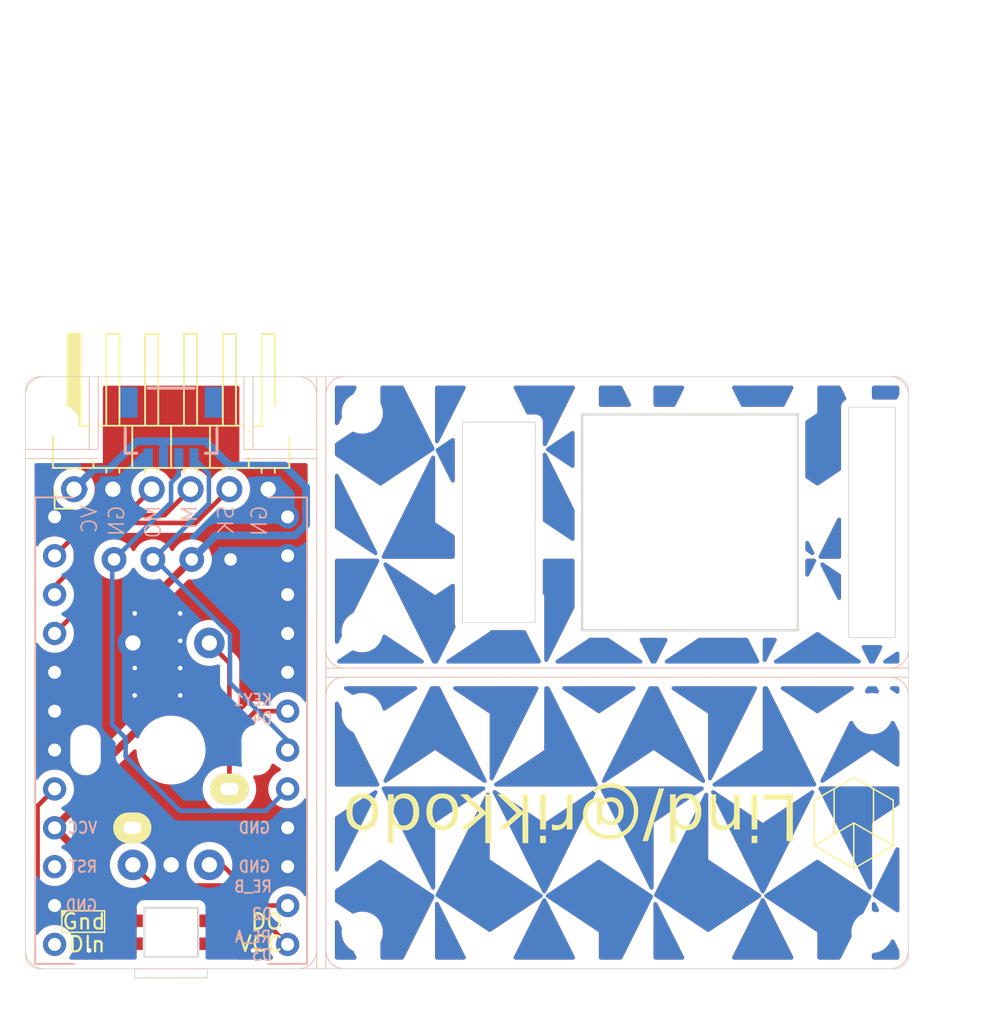
<source format=kicad_pcb>
(kicad_pcb (version 20241229) (generator "pcbnew") (generator_version "9.0")
  (layers (0 "F.Cu" signal) (2 "B.Cu" signal) (13 "F.Paste" user) (15 "B.Paste" user) (5 "F.SilkS" user "F.Silkscreen") (7 "B.SilkS" user "B.Silkscreen") (1 "F.Mask" user) (3 "B.Mask" user) (25 "Edge.Cuts" user))
  (net 0 "")
  (net 1 "SCL")
  (net 2 "SDA")
  (net 3 "LED")
  (net 4 "GND")
  (net 5 "VCC")
  (net 6 "KEY1")
  (net 11 "SCLK")
  (net 12 "MISO")
  (net 13 "MOSI")
  (net 14 "RE_B")
  (net 15 "RE_A")
  (footprint "Rikkodo_FootPrint:rkd_cutdot_no_edgecut_1" (layer "F.Cu") (at 78.283884 58.340576 -90)
    (property "Reference" "REF**" (hide yes))
    (property "Value" "rkd_cutdot_no_edgecut_1" (hide yes))
  )
  (footprint "Rikkodo_FootPrint:rkd_cutdot_no_edgecut_4" (layer "F.Cu") (at 93.166328 63.103072 90)
    (property "Reference" "REF**" (hide yes))
    (property "Value" "rkd_cutdot_no_edgecut_4" (hide yes))
  )
  (footprint "Rikkodo_FootPrint:rkd_cutdot_no_edgecut_1" (layer "F.Cu") (at 93.166328 57.745264 -90)
    (property "Reference" "REF**" (hide yes))
    (property "Value" "rkd_cutdot_no_edgecut_1" (hide yes))
  )
  (footprint "Connector_PinHeader_2.54mm:PinHeader_1x06_P2.54mm_Horizontal" (layer "F.Cu") (at 76.99375 61.535 90)
    (property "Reference" "J1" (hide yes))
    (property "Value" "Conn_01x06")
  )
  (footprint "Rikkodo_FootPrint:rkd_cutdot_no_edgecut_4" (layer "F.Cu") (at 93.166328 79.771808 90)
    (property "Reference" "REF**" (hide yes))
    (property "Value" "rkd_cutdot_no_edgecut_4" (hide yes))
  )
  (footprint "Rikkodo_FootPrint:rkd_cutdot_no_edgecut_4" (layer "F.Cu") (at 93.165616 73.818461 90)
    (property "Reference" "REF**" (hide yes))
    (property "Value" "rkd_cutdot_no_edgecut_4" (hide yes))
  )
  (footprint "Rikkodo_FootPrint:rkd_cutdot_no_edgecut_1" (layer "F.Cu") (at 74.414 59.233544 180)
    (property "Reference" "REF**" (hide yes))
    (property "Value" "rkd_cutdot_no_edgecut_1" (hide yes))
  )
  (footprint "Rikkodo_FootPrint:rkd_cutdot_no_edgecut_4" (layer "F.Cu") (at 93.166328 84.534304 90)
    (property "Reference" "REF**" (hide yes))
    (property "Value" "rkd_cutdot_no_edgecut_4" (hide yes))
  )
  (footprint "kbd_Hole:m2_Screw_Hole" (layer "F.Cu") (at 95.845214 90.487564 90)
    (property "Reference" "Ref**")
    (property "Value" "Val**")
  )
  (footprint "kbd_Hole:m2_Screw_Hole" (layer "F.Cu") (at 129.182921 90.487576 90)
    (property "Reference" "Ref**")
    (property "Value" "Val**")
  )
  (footprint "Rikkodo_FootPrint:rkd_cutdot_no_edgecut_1" (layer "F.Cu") (at 88.403832 55.959328 -90)
    (property "Reference" "REF**" (hide yes))
    (property "Value" "rkd_cutdot_no_edgecut_1" (hide yes))
  )
  (footprint "Rikkodo_FootPrint:rkd_cutdot_no_edgecut_1" (layer "F.Cu") (at 93.166328 70.842128 90)
    (property "Reference" "REF**" (hide yes))
    (property "Value" "rkd_cutdot_no_edgecut_1" (hide yes))
  )
  (footprint "Rikkodo_FootPrint:rkd_cutdot_no_edgecut_1" (layer "F.Cu") (at 96.440544 73.521032 180)
    (property "Reference" "REF**" (hide yes))
    (property "Value" "rkd_cutdot_no_edgecut_1" (hide yes))
  )
  (footprint "Rikkodo_FootPrint:rkd_cutdot_no_edgecut_1" (layer "F.Cu") (at 130.96864 73.521032)
    (property "Reference" "REF**" (hide yes))
    (property "Value" "rkd_cutdot_no_edgecut_1" (hide yes))
  )
  (footprint "BrownSugar_KBD:OLED_center_display" (layer "F.Cu") (at 83.423125 47.625)
    (property "Reference" "OL1")
    (property "Value" "OLED")
  )
  (footprint "kbd_Hole:m2_Screw_Hole" (layer "F.Cu") (at 95.845214 56.554634 90)
    (property "Reference" "Ref**")
    (property "Value" "Val**")
  )
  (footprint "Rikkodo_FootPrint:rkd_cutdot_no_edgecut_1" (layer "F.Cu") (at 95.24992 73.521032 180)
    (property "Reference" "REF**" (hide yes))
    (property "Value" "rkd_cutdot_no_edgecut_1" (hide yes))
  )
  (footprint "Rikkodo_FootPrint:rkd_cutdot_no_edgecut_1" (layer "F.Cu") (at 93.166328 76.795248 -90)
    (property "Reference" "REF**" (hide yes))
    (property "Value" "rkd_cutdot_no_edgecut_1" (hide yes))
  )
  (footprint "Rikkodo_FootPrint:rkd_cutdot_no_edgecut_1" (layer "F.Cu") (at 92.273718 59.233544 180)
    (property "Reference" "REF**" (hide yes))
    (property "Value" "rkd_cutdot_no_edgecut_1" (hide yes))
  )
  (footprint "Rikkodo_FootPrint:rkd_cutdot_no_edgecut_1" (layer "F.Cu") (at 88.403832 54.768704 -90)
    (property "Reference" "REF**" (hide yes))
    (property "Value" "rkd_cutdot_no_edgecut_1" (hide yes))
  )
  (footprint "Rikkodo_FootPrint:rkd_cutdot_no_edgecut_4" (layer "F.Cu") (at 118.467088 73.521032)
    (property "Reference" "REF**" (hide yes))
    (property "Value" "rkd_cutdot_no_edgecut_4" (hide yes))
  )
  (footprint "Rikkodo_FootPrint:rkd_cutdot_no_edgecut_1" (layer "F.Cu") (at 93.166328 56.55464 -90)
    (property "Reference" "REF**" (hide yes))
    (property "Value" "rkd_cutdot_no_edgecut_1" (hide yes))
  )
  (footprint "Rikkodo_FootPrint:rkd_cutdot_no_edgecut_1" (layer "F.Cu") (at 78.283884 57.149952 -90)
    (property "Reference" "REF**" (hide yes))
    (property "Value" "rkd_cutdot_no_edgecut_1" (hide yes))
  )
  (footprint "kbd_Hole:m2_Screw_Hole" (layer "F.Cu") (at 129.182921 76.200076 90)
    (property "Reference" "Ref**")
    (property "Value" "Val**")
  )
  (footprint "Rikkodo_FootPrint:rkd_LOGO" (layer "F.Cu") (at 127.99208 83.34368 180)
    (property "Reference" "REF**" (hide yes))
    (property "Value" "rkd_LOGO" (hide yes))
  )
  (footprint "Rikkodo_FootPrint:rkd_cutdot_no_edgecut_4" (layer "F.Cu") (at 127.99208 73.521032)
    (property "Reference" "REF**" (hide yes))
    (property "Value" "rkd_cutdot_no_edgecut_4" (hide yes))
  )
  (footprint "Rikkodo_FootPrint:rkd_cutdot_no_edgecut_1" (layer "F.Cu") (at 89.89247 59.233544 180)
    (property "Reference" "REF**" (hide yes))
    (property "Value" "rkd_cutdot_no_edgecut_1" (hide yes))
  )
  (footprint "Rikkodo_FootPrint:rkd_cutdot_no_edgecut_4" (layer "F.Cu") (at 123.229584 73.521032)
    (property "Reference" "REF**" (hide yes))
    (property "Value" "rkd_cutdot_no_edgecut_4" (hide yes))
  )
  (footprint "Rikkodo_FootPrint:rkd_cutdot_no_edgecut_4" (layer "F.Cu") (at 113.704592 73.521032)
    (property "Reference" "REF**" (hide yes))
    (property "Value" "rkd_cutdot_no_edgecut_4" (hide yes))
  )
  (footprint "BrownSugar_KBD:RotaryEncoder_EC11-Switch" (layer "F.Cu") (at 83.34375 78.58125)
    (property "Reference" "SW1" (hide yes))
    (property "Value" "RotaryEncoder_Switch")
  )
  (footprint "Rikkodo_FootPrint:rkd_cutdot_no_edgecut_1" (layer "F.Cu") (at 76.795248 59.233544 180)
    (property "Reference" "REF**" (hide yes))
    (property "Value" "rkd_cutdot_no_edgecut_1" (hide yes))
  )
  (footprint "Rikkodo_FootPrint:rkd_cutdot_no_edgecut_4" (layer "F.Cu") (at 93.166328 89.2968 90)
    (property "Reference" "REF**" (hide yes))
    (property "Value" "rkd_cutdot_no_edgecut_4" (hide yes))
  )
  (footprint "kbd_Hole:m2_Screw_Hole" (layer "F.Cu") (at 76.199936 57.149952 90)
    (property "Reference" "Ref**")
    (property "Value" "Val**")
  )
  (footprint "Rikkodo_FootPrint:rkd_cutdot_no_edgecut_4" (layer "F.Cu") (at 93.166328 67.865568 90)
    (property "Reference" "REF**" (hide yes))
    (property "Value" "rkd_cutdot_no_edgecut_4" (hide yes))
  )
  (footprint "kbd_Hole:m2_Screw_Hole" (layer "F.Cu") (at 90.4875 57.15 90)
    (property "Reference" "Ref**")
    (property "Value" "Val**")
  )
  (footprint "kbd_SW:CherryMX_Solder_1u" (layer "F.Cu") (at 83.34375 78.58125 180)
    (property "Reference" "SW2" (hide yes))
    (property "Value" "SW_Push" (hide yes))
  )
  (footprint "kbd_SW_Hole:SW_Hole_1u" (layer "F.Cu") (at 117.276661 63.698491)
    (property "Reference" "SW2" (hide yes))
    (property "Value" "KEY_SWITCH" (hide yes))
    (fp_line (start -7.05 -7.05) (end 7.05 -7.05) (stroke (width 0.15)) (layer "Edge.Cuts"))
    (fp_line (start -7.05 7.05) (end -7.05 -7.05) (stroke (width 0.15)) (layer "Edge.Cuts"))
    (fp_line (start 7.05 -7.05) (end 7.05 7.05) (stroke (width 0.15)) (layer "Edge.Cuts"))
    (fp_line (start 7.05 7.05) (end -7.05 7.05) (stroke (width 0.15)) (layer "Edge.Cuts"))
  )
  (footprint "Rikkodo_FootPrint:rkd_cutdot_no_edgecut_1" (layer "F.Cu") (at 78.283884 55.959328 -90)
    (property "Reference" "REF**" (hide yes))
    (property "Value" "rkd_cutdot_no_edgecut_1" (hide yes))
  )
  (footprint "kbd_Hole:m2_Screw_Hole" (layer "F.Cu") (at 95.845214 70.842134 90)
    (property "Reference" "Ref**")
    (property "Value" "Val**")
  )
  (footprint "Rikkodo_FootPrint:rkd_cutdot_no_edgecut_1_2" (layer "F.Cu") (at 93.166328 54.471048 90)
    (property "Reference" "REF**" (hide yes))
    (property "Value" "rkd_cutdot_no_edgecut_1_2" (hide yes))
  )
  (footprint "Rikkodo_FootPrint:rkd_cutdot_no_edgecut_4" (layer "F.Cu") (at 108.942096 73.521032)
    (property "Reference" "REF**" (hide yes))
    (property "Value" "rkd_cutdot_no_edgecut_4" (hide yes))
  )
  (footprint "Rikkodo_FootPrint:rkd_cutdot_no_edgecut_1" (layer "F.Cu") (at 78.283884 54.768704 -90)
    (property "Reference" "REF**" (hide yes))
    (property "Value" "rkd_cutdot_no_edgecut_1" (hide yes))
  )
  (footprint "Rikkodo_FootPrint:rkd_cutdot_no_edgecut_1" (layer "F.Cu") (at 77.985872 59.233544 180)
    (property "Reference" "REF**" (hide yes))
    (property "Value" "rkd_cutdot_no_edgecut_1" (hide yes))
  )
  (footprint "Rikkodo_FootPrint:rkd_cutdot_no_edgecut_4" (layer "F.Cu") (at 83.343909 93.165617)
    (property "Reference" "REF**" (hide yes))
    (property "Value" "rkd_cutdot_no_edgecut_4" (hide yes))
  )
  (footprint "Rikkodo_FootPrint:rkd_cutdot_no_edgecut_1" (layer "F.Cu") (at 93.166328 58.935888 -90)
    (property "Reference" "REF**" (hide yes))
    (property "Value" "rkd_cutdot_no_edgecut_1" (hide yes))
  )
  (footprint "Rikkodo_FootPrint:rkd_cutdot_no_edgecut_4" (layer "F.Cu") (at 99.417104 73.521032)
    (property "Reference" "REF**" (hide yes))
    (property "Value" "rkd_cutdot_no_edgecut_4" (hide yes))
  )
  (footprint "Rikkodo_FootPrint:rkd_cutdot_no_edgecut_1" (layer "F.Cu") (at 75.604624 59.233544 180)
    (property "Reference" "REF**" (hide yes))
    (property "Value" "rkd_cutdot_no_edgecut_1" (hide yes))
  )
  (footprint "Rikkodo_FootPrint:rkd_cutdot_no_edgecut_1" (layer "F.Cu") (at 88.701846 59.233544 180)
    (property "Reference" "REF**" (hide yes))
    (property "Value" "rkd_cutdot_no_edgecut_1" (hide yes))
  )
  (footprint "Rikkodo_FootPrint:rkd_cutdot_no_edgecut_1" (layer "F.Cu") (at 93.166328 92.27336 -90)
    (property "Reference" "REF**" (hide yes))
    (property "Value" "rkd_cutdot_no_edgecut_1" (hide yes))
  )
  (footprint "Rikkodo_FootPrint:rkd_cutdot_no_edgecut_1" (layer "F.Cu") (at 88.403832 58.340576 -90)
    (property "Reference" "REF**" (hide yes))
    (property "Value" "rkd_cutdot_no_edgecut_1" (hide yes))
  )
  (footprint "Rikkodo_FootPrint:rkd_KeyHall_3ox15" (layer "F.Cu") (at 129.182714 63.698384 -90)
    (property "Reference" "LED3" (hide yes))
    (property "Value" "LED_SK6812MINI-E" (hide yes))
    (fp_line (start -7.525 1.525) (end -7.525 -1.525) (stroke (width 0.05)) (layer "Edge.Cuts"))
    (fp_line (start 7.525 1.525) (end -7.525 1.525) (stroke (width 0.05)) (layer "Edge.Cuts"))
    (fp_line (start 7.525 -1.525) (end 7.525 1.525) (stroke (width 0.05)) (layer "Edge.Cuts"))
    (fp_line (start 7.525 -1.525) (end -7.525 -1.525) (stroke (width 0.05)) (layer "Edge.Cuts"))
  )
  (footprint "Rikkodo_FootPrint:rkd_cutdot_no_edgecut_1" (layer "F.Cu") (at 91.083094 59.233544 180)
    (property "Reference" "REF**" (hide yes))
    (property "Value" "rkd_cutdot_no_edgecut_1" (hide yes))
  )
  (footprint "Rikkodo_FootPrint:rkd_cutdot_no_edgecut_1" (layer "F.Cu") (at 88.403832 57.149952 -90)
    (property "Reference" "REF**" (hide yes))
    (property "Value" "rkd_cutdot_no_edgecut_1" (hide yes))
  )
  (footprint "Rikkodo_FootPrint:rkd_cutdot_no_edgecut_4" (layer "F.Cu") (at 104.1796 73.521032)
    (property "Reference" "REF**" (hide yes))
    (property "Value" "rkd_cutdot_no_edgecut_4" (hide yes))
  )
  (footprint "Rikkodo_FootPrint:rkd_cutdot_no_edgecut_1" (layer "F.Cu") (at 93.166328 55.364016 -90)
    (property "Reference" "REF**" (hide yes))
    (property "Value" "rkd_cutdot_no_edgecut_1" (hide yes))
  )
  (footprint "Rikkodo_FootPrint:rkd_cutdot_no_edgecut_1" (layer "F.Cu") (at 94.059296 73.521032)
    (property "Reference" "REF**" (hide yes))
    (property "Value" "rkd_cutdot_no_edgecut_1" (hide yes))
  )
  (footprint "Rikkodo_FootPrint:rkd_cutdot_no_edgecut_1" (layer "F.Cu") (at 93.166328 60.126512 -90)
    (property "Reference" "REF**" (hide yes))
    (property "Value" "rkd_cutdot_no_edgecut_1" (hide yes))
  )
  (footprint "kbd_Hole:m2_Screw_Hole" (layer "F.Cu") (at 95.845214 76.200064 90)
    (property "Reference" "Ref**")
    (property "Value" "Val**")
  )
  (footprint "SparkFun-Connector:JST_SMD_1.0mm-4_Black" (layer "B.Cu") (at 83.34375 59.53125)
    (property "Reference" "J3")
    (property "Value" "Qwiic_RA")
  )
  (footprint "kbd_Parts:LED_SK6812MINI-E_UG" (layer "B.Cu") (at 83.34375 90.4875 180)
    (property "Reference" "LED1" (hide yes))
    (property "Value" "LED_SK6812MINI-E")
    (fp_line (start 1.75 1.6) (end 1.75 -1.6) (stroke (width 0.12)) (layer "Edge.Cuts"))
    (fp_line (start 1.75 -1.6) (end -1.75 -1.6) (stroke (width 0.12)) (layer "Edge.Cuts"))
    (fp_line (start -1.75 1.6) (end 1.75 1.6) (stroke (width 0.12)) (layer "Edge.Cuts"))
    (fp_line (start -1.75 -1.6) (end -1.75 1.6) (stroke (width 0.12)) (layer "Edge.Cuts"))
  )
  (footprint "BrownSugar_KBD:ProMicro_r" (layer "B.Cu") (at 83.34375 78.58125)
    (property "Reference" "U1" (hide yes))
    (property "Value" "ProMicro" (hide yes))
  )
  (gr_arc (start 92.86875 91.678125) (mid 92.520017 92.520017) (end 91.678125 92.86875) (stroke (width 0.05)) (layer "B.SilkS"))
  (gr_arc (start 91.678048 54.173392) (mid 92.519945 54.52213) (end 92.868673 55.364017) (stroke (width 0.05)) (layer "B.SilkS"))
  (gr_arc (start 94.654767 73.223498) (mid 93.812864 72.874765) (end 93.464142 72.032873) (stroke (width 0.05)) (layer "B.SilkS"))
  (gr_arc (start 130.373547 73.818813) (mid 131.215373 74.167587) (end 131.564172 75.009438) (stroke (width 0.05)) (layer "B.SilkS"))
  (gr_arc (start 131.564172 72.032873) (mid 131.215488 72.874835) (end 130.373547 73.223498) (stroke (width 0.05)) (layer "B.SilkS"))
  (gr_arc (start 94.654767 92.868827) (mid 93.812853 92.520096) (end 93.464142 91.678202) (stroke (width 0.05)) (layer "B.SilkS"))
  (gr_arc (start 131.564172 91.6782) (mid 131.211706 92.523725) (end 130.363149 92.868848) (stroke (width 0.05)) (layer "B.SilkS"))
  (gr_arc (start 93.464142 75.009438) (mid 93.812859 74.167538) (end 94.654767 73.818813) (stroke (width 0.05)) (layer "B.SilkS"))
  (gr_arc (start 93.464032 55.3641) (mid 93.809098 54.5258) (end 94.644373 54.173484) (stroke (width 0.05)) (layer "B.SilkS"))
  (gr_arc (start 130.373547 54.173484) (mid 131.215448 54.522221) (end 131.564172 55.364109) (stroke (width 0.05)) (layer "B.SilkS"))
  (gr_arc (start 73.818813 55.364108) (mid 74.167538 54.522217) (end 75.009438 54.173483) (stroke (width 0.05)) (layer "B.SilkS"))
  (gr_arc (start 75.009375 92.86875) (mid 74.167483 92.520017) (end 73.81875 91.678125) (stroke (width 0.05)) (layer "B.SilkS"))
  (gr_line (start 131.563952 55.0764) (end 131.564174 91.975859) (stroke (width 0.05)) (layer "Edge.Cuts"))
  (gr_arc (start 74.711656 92.868672) (mid 74.080224 92.607118) (end 73.818688 91.975704) (stroke (width 0.05)) (layer "Edge.Cuts"))
  (gr_line (start 85.724928 93.463984) (end 85.724928 92.868637) (stroke (width 0.05)) (layer "Edge.Cuts"))
  (gr_line (start 80.962432 93.463984) (end 85.724928 93.463984) (stroke (width 0.05)) (layer "Edge.Cuts"))
  (gr_arc (start 73.818688 55.06636) (mid 74.080244 54.434947) (end 74.711656 54.173392) (stroke (width 0.05)) (layer "Edge.Cuts"))
  (gr_line (start 80.962432 92.868672) (end 80.962432 93.463984) (stroke (width 0.05)) (layer "Edge.Cuts"))
  (gr_line (start 102.39375 57.15) (end 107.15625 57.15) (stroke (width 0.05)) (layer "Edge.Cuts"))
  (gr_line (start 85.724928 92.868637) (end 130.664319 92.868827) (stroke (width 0.05)) (layer "Edge.Cuts"))
  (gr_line (start 102.39375 57.15) (end 102.39375 70.246875) (stroke (width 0.05)) (layer "Edge.Cuts"))
  (gr_line (start 73.818688 55.06636) (end 73.818751 91.969291) (stroke (width 0.05)) (layer "Edge.Cuts"))
  (gr_arc (start 130.670984 54.173392) (mid 131.305936 54.438494) (end 131.563896 55.076399) (stroke (width 0.05)) (layer "Edge.Cuts"))
  (gr_line (start 80.962432 92.868672) (end 74.7117 92.868672) (stroke (width 0.05)) (layer "Edge.Cuts"))
  (gr_line (start 102.39375 70.246875) (end 107.15625 70.246875) (stroke (width 0.05)) (layer "Edge.Cuts"))
  (gr_line (start 107.15625 57.15) (end 107.15625 70.246875) (stroke (width 0.05)) (layer "Edge.Cuts"))
  (gr_line (start 74.711656 54.173389) (end 130.670984 54.173392) (stroke (width 0.05)) (layer "Edge.Cuts"))
  (gr_arc (start 131.563952 91.975859) (mid 131.302421 92.607304) (end 130.670984 92.868827) (stroke (width 0.05)) (layer "Edge.Cuts"))
  (gr_text "Lind/@rikkodo" (at 124.420205 80.96243 180) (layer "F.SilkS") (effects (font (size 3 3) (thickness 0.1)) (justify left bottom)))
  (gr_text "D2\n" (at 89.29695 89.2968 0) (layer "B.SilkS") (effects (font (size 0.75 0.67) (thickness 0.125)) (justify mirror)))
  (gr_text "GN" (at 80.367255 62.507865 90) (layer "B.SilkS") (effects (font (size 1 1) (thickness 0.1)) (justify left bottom mirror)))
  (gr_text "GN" (at 89.69375 62.507865 90) (layer "B.SilkS") (effects (font (size 1 1) (thickness 0.1)) (justify left bottom mirror)))
  (gr_text "KEY1" (at 88.701637 75.306968 0) (layer "B.SilkS") (effects (font (size 0.75 0.67) (thickness 0.125)) (justify mirror)))
  (gr_text "RE_B\n\n" (at 88.701638 88.106174 0) (layer "B.SilkS") (effects (font (size 0.75 0.67) (thickness 0.125)) (justify mirror)))
  (gr_text "MO" (at 82.748507 62.507865 90) (layer "B.SilkS") (effects (font (size 1 1) (thickness 0.1)) (justify left bottom mirror)))
  (gr_text "RE_A" (at 88.701638 90.78508 0) (layer "B.SilkS") (effects (font (size 0.75 0.67) (thickness 0.125)) (justify mirror)))
  (gr_text "D4" (at 89.2968 76.497592 0) (layer "B.SilkS") (effects (font (size 0.75 0.67) (thickness 0.125)) (justify mirror)))
  (gr_text "D3" (at 89.29695 91.975706 0) (layer "B.SilkS") (effects (font (size 0.75 0.67) (thickness 0.125)) (justify mirror)))
  (gr_text "VC" (at 78.581316 62.507865 90) (layer "B.SilkS") (effects (font (size 1 1) (thickness 0.1)) (justify left bottom mirror)))
  (gr_text "SK" (at 87.511011 62.507865 90) (layer "B.SilkS") (effects (font (size 1 1) (thickness 0.1)) (justify left bottom mirror)))
  (gr_text "MI" (at 85.129759 62.507865 90) (layer "B.SilkS") (effects (font (size 1 1) (thickness 0.1)) (justify left bottom mirror)))
  (segment (start 82.298103 66.125) (end 87.19475 71.021647) (width 0.3) (layer "B.Cu") (net 1))
  (segment (start 82.153125 66.125) (end 82.298103 66.125) (width 0.3) (layer "B.Cu") (net 1))
  (segment (start 84.84375 59.53125) (end 85.81475 60.50225) (width 0.3) (layer "B.Cu") (net 1))
  (segment (start 85.81475 60.50225) (end 85.81475 62.463375) (width 0.3) (layer "B.Cu") (net 1))
  (segment (start 87.19475 74.200937) (end 87.19475 71.021647) (width 0.3) (layer "B.Cu") (net 1))
  (segment (start 85.81475 62.463375) (end 82.153125 66.125) (width 0.3) (layer "B.Cu") (net 1))
  (segment (start 87.19475 74.200937) (end 90.96375 77.969937) (width 0.3) (layer "B.Cu") (net 1))
  (segment (start 90.96375 77.969937) (end 90.96375 78.58125) (width 0.3) (layer "B.Cu") (net 1))
  (segment (start 83.34382 62.394305) (end 79.613125 66.125) (width 0.3) (layer "B.Cu") (net 2))
  (segment (start 83.34382 61.106459) (end 83.34382 62.394305) (width 0.3) (layer "B.Cu") (net 2))
  (segment (start 83.84375 60.606529) (end 83.34382 61.106459) (width 0.3) (layer "B.Cu") (net 2))
  (segment (start 83.915223 82.54825) (end 89.53675 82.54825) (width 0.3) (layer "B.Cu") (net 2))
  (segment (start 80.367255 79.000282) (end 83.915223 82.54825) (width 0.3) (layer "B.Cu") (net 2))
  (segment (start 79.49275 76.928284) (end 80.367255 77.802789) (width 0.3) (layer "B.Cu") (net 2))
  (segment (start 79.49275 66.245375) (end 79.49275 76.928284) (width 0.3) (layer "B.Cu") (net 2))
  (segment (start 83.84375 59.53125) (end 83.84375 60.606529) (width 0.3) (layer "B.Cu") (net 2))
  (segment (start 80.367255 77.802789) (end 80.367255 79.000282) (width 0.3) (layer "B.Cu") (net 2))
  (segment (start 89.53675 82.54825) (end 90.96375 81.12125) (width 0.3) (layer "B.Cu") (net 2))
  (segment (start 79.613125 66.125) (end 79.49275 66.245375) (width 0.3) (layer "B.Cu") (net 2))
  (segment (start 74.61075 89.20227) (end 75.26273 89.85425) (width 0.3) (layer "F.Cu") (net 3))
  (segment (start 75.26273 89.85425) (end 77.948 89.85425) (width 0.3) (layer "F.Cu") (net 3))
  (segment (start 75.72375 81.12125) (end 74.61075 82.23425) (width 0.3) (layer "F.Cu") (net 3))
  (segment (start 79.33125 91.2375) (end 80.74375 91.2375) (width 0.3) (layer "F.Cu") (net 3))
  (segment (start 74.61075 82.23425) (end 74.61075 89.20227) (width 0.3) (layer "F.Cu") (net 3))
  (segment (start 77.948 89.85425) (end 79.33125 91.2375) (width 0.3) (layer "F.Cu") (net 3))
  (via (at 88.701637 91.678202) (size 0.6) (drill 0.3) (layers "F.Cu" "B.Cu") (net 4))
  (via (at 80.962568 69.651621) (size 0.6) (drill 0.3) (layers "F.Cu" "B.Cu") (net 4))
  (via (at 83.938992 73.223376) (size 0.6) (drill 0.3) (layers "F.Cu" "B.Cu") (net 4))
  (via (at 83.938992 71.43744) (size 0.6) (drill 0.3) (layers "F.Cu" "B.Cu") (net 4))
  (via (at 80.962568 73.223499) (size 0.6) (drill 0.3) (layers "F.Cu" "B.Cu") (net 4))
  (via (at 80.962432 75.009312) (size 0.6) (drill 0.3) (layers "F.Cu" "B.Cu") (net 4))
  (via (at 77.986003 91.678125) (size 0.6) (drill 0.3) (layers "F.Cu" "B.Cu") (net 4))
  (via (at 83.939133 69.651621) (size 0.6) (drill 0.3) (layers "F.Cu" "B.Cu") (net 4))
  (via (at 83.939133 75.009438) (size 0.6) (drill 0.3) (layers "F.Cu" "B.Cu") (net 4))
  (segment (start 80.09575 88.03325) (end 86.865808 88.03325) (width 0.5) (layer "F.Cu") (net 5))
  (segment (start 87.35625 91.2375) (end 85.94375 91.2375) (width 0.5) (layer "F.Cu") (net 5))
  (segment (start 84.693125 66.125) (end 82.307802 68.510323) (width 0.5) (layer "F.Cu") (net 5))
  (segment (start 79.19475 79.193302) (end 79.19475 80.19025) (width 0.5) (layer "F.Cu") (net 5))
  (segment (start 88.10625 89.273692) (end 88.10625 90.4875) (width 0.5) (layer "F.Cu") (net 5))
  (segment (start 79.19475 80.19025) (end 75.72375 83.66125) (width 0.5) (layer "F.Cu") (net 5))
  (segment (start 75.72375 83.66125) (end 80.09575 88.03325) (width 0.5) (layer "F.Cu") (net 5))
  (segment (start 86.865808 88.03325) (end 88.10625 89.273692) (width 0.5) (layer "F.Cu") (net 5))
  (segment (start 88.10625 90.4875) (end 87.35625 91.2375) (width 0.5) (layer "F.Cu") (net 5))
  (segment (start 82.307802 76.08025) (end 79.19475 79.193302) (width 0.5) (layer "F.Cu") (net 5))
  (segment (start 82.307802 68.510323) (end 82.307802 76.08025) (width 0.5) (layer "F.Cu") (net 5))
  (segment (start 84.693125 66.125) (end 86.263875 64.55425) (width 0.5) (layer "B.Cu") (net 5))
  (segment (start 81.09275 58.40525) (end 82.59475 58.40525) (width 0.5) (layer "B.Cu") (net 5))
  (segment (start 87.173688 59.984188) (end 85.59475 58.40525) (width 0.5) (layer "B.Cu") (net 5))
  (segment (start 83.09275 58.40525) (end 82.84375 58.65425) (width 0.5) (layer "B.Cu") (net 5))
  (segment (start 78.29475 60.234) (end 79.264 60.234) (width 0.5) (layer "B.Cu") (net 5))
  (segment (start 79.264 60.234) (end 81.09275 58.40525) (width 0.5) (layer "B.Cu") (net 5))
  (segment (start 77.639574 61.535) (end 76.99375 61.535) (width 0.5) (layer "B.Cu") (net 5))
  (segment (start 90.744938 59.984188) (end 87.173688 59.984188) (width 0.5) (layer "B.Cu") (net 5))
  (segment (start 85.59475 58.40525) (end 83.09275 58.40525) (width 0.5) (layer "B.Cu") (net 5))
  (segment (start 76.99375 61.535) (end 78.29475 60.234) (width 0.5) (layer "B.Cu") (net 5))
  (segment (start 82.84375 59.53125) (end 82.84375 58.65425) (width 0.5) (layer "B.Cu") (net 5))
  (segment (start 82.84375 58.65425) (end 82.59475 58.40525) (width 0.5) (layer "B.Cu") (net 5))
  (segment (start 86.263875 64.55425) (end 91.466192 64.55425) (width 0.5) (layer "B.Cu") (net 5))
  (segment (start 91.466192 64.55425) (end 92.17675 63.843692) (width 0.5) (layer "B.Cu") (net 5))
  (segment (start 92.17675 63.843692) (end 92.17675 61.416) (width 0.5) (layer "B.Cu") (net 5))
  (segment (start 82.59475 58.40525) (end 83.09275 58.40525) (width 0.5) (layer "B.Cu") (net 5))
  (segment (start 92.17675 61.416) (end 90.744938 59.984188) (width 0.5) (layer "B.Cu") (net 5))
  (segment (start 87.15375 81.12125) (end 87.15375 77.739937) (width 0.3) (layer "F.Cu") (net 6))
  (segment (start 87.15375 77.739937) (end 88.852437 76.04125) (width 0.3) (layer "F.Cu") (net 6))
  (segment (start 88.852437 76.04125) (end 90.96375 76.04125) (width 0.3) (layer "F.Cu") (net 6))
  (segment (start 87.15375 72.89125) (end 87.15375 81.12125) (width 0.3) (layer "F.Cu") (net 6))
  (segment (start 85.84375 71.58125) (end 87.15375 72.89125) (width 0.3) (layer "F.Cu") (net 6))
  (segment (start 79.28404 63.738) (end 84.95075 63.738) (width 0.3) (layer "F.Cu") (net 11))
  (segment (start 77.761807 65.260233) (end 79.28404 63.738) (width 0.3) (layer "F.Cu") (net 11))
  (segment (start 84.95075 63.738) (end 87.15375 61.535) (width 0.3) (layer "F.Cu") (net 11))
  (segment (start 77.761807 68.923193) (end 77.761807 65.260233) (width 0.3) (layer "F.Cu") (net 11))
  (segment (start 75.72375 70.96125) (end 77.761807 68.923193) (width 0.3) (layer "F.Cu") (net 11))
  (segment (start 75.72375 67.880505) (end 77.10989 66.494365) (width 0.3) (layer "F.Cu") (net 12))
  (segment (start 77.10989 66.494365) (end 77.10989 65.20363) (width 0.3) (layer "F.Cu") (net 12))
  (segment (start 75.72375 68.42125) (end 75.72375 67.880505) (width 0.3) (layer "F.Cu") (net 12))
  (segment (start 82.91175 63.237) (end 84.61375 61.535) (width 0.3) (layer "F.Cu") (net 12))
  (segment (start 77.10989 65.20363) (end 79.07652 63.237) (width 0.3) (layer "F.Cu") (net 12))
  (segment (start 79.07652 63.237) (end 82.91175 63.237) (width 0.3) (layer "F.Cu") (net 12))
  (segment (start 75.72375 65.88125) (end 78.869 62.736) (width 0.3) (layer "F.Cu") (net 13))
  (segment (start 80.87275 62.736) (end 82.07375 61.535) (width 0.3) (layer "F.Cu") (net 13))
  (segment (start 78.869 62.736) (end 80.87275 62.736) (width 0.3) (layer "F.Cu") (net 13))
  (segment (start 85.84375 86.08125) (end 86.676563 86.08125) (width 0.3) (layer "F.Cu") (net 14))
  (segment (start 86.676563 86.08125) (end 89.336563 88.74125) (width 0.3) (layer "F.Cu") (net 14))
  (segment (start 90.96375 88.582498) (end 90.96375 88.74125) (width 0.25) (layer "F.Cu") (net 14))
  (segment (start 89.336563 88.74125) (end 90.96375 88.74125) (width 0.3) (layer "F.Cu") (net 14))
  (segment (start 82.19475 87.43225) (end 80.84375 86.08125) (width 0.3) (layer "F.Cu") (net 15))
  (segment (start 87.11475 87.43225) (end 82.19475 87.43225) (width 0.3) (layer "F.Cu") (net 15))
  (segment (start 90.96375 91.28125) (end 87.11475 87.43225) (width 0.3) (layer "F.Cu") (net 15))
  (zone (net 0) (net_name "") (layers "F.Cu" "B.Cu") (name "deco") (connect_pads (clearance 0)) (min_thickness 0.25)
    (keepout (tracks allowed) (vias allowed) (pads allowed) (copperpour not_allowed) (footprints allowed))
    (fill (thermal_gap 0.5) (thermal_bridge_width 0.5))
    (polygon (pts (xy 104.179595 80.962793) (xy 100.60772 83.344043) (xy 100.60772 88.106543)))
  )
  (zone (net 0) (net_name "") (layers "F.Cu" "B.Cu") (name "deco") (connect_pads (clearance 0)) (min_thickness 0.25)
    (keepout (tracks allowed) (vias allowed) (pads allowed) (copperpour not_allowed) (footprints allowed))
    (fill (thermal_gap 0.5) (thermal_bridge_width 0.5))
    (polygon (pts (xy 118.467265 66.079733) (xy 114.89539 68.460983) (xy 111.323515 66.079733)))
  )
  (zone (net 0) (net_name "") (layers "F.Cu" "B.Cu") (name "deco") (connect_pads (clearance 0)) (min_thickness 0.25)
    (keepout (tracks allowed) (vias allowed) (pads allowed) (copperpour not_allowed) (footprints allowed))
    (fill (thermal_gap 0.5) (thermal_bridge_width 0.5))
    (polygon (pts (xy 126.802021 54.173917) (xy 129.183097 54.173702) (xy 129.183097 58.936202)))
  )
  (zone (net 0) (net_name "") (layers "F.Cu" "B.Cu") (name "deco") (connect_pads (clearance 0)) (min_thickness 0.25)
    (keepout (tracks allowed) (vias allowed) (pads allowed) (copperpour not_allowed) (footprints allowed))
    (fill (thermal_gap 0.5) (thermal_bridge_width 0.5))
    (polygon (pts (xy 118.467265 66.079733) (xy 122.03914 68.460983) (xy 122.03914 73.223483)))
  )
  (zone (net 0) (net_name "") (layers "F.Cu" "B.Cu") (name "deco") (connect_pads (clearance 0)) (min_thickness 0.25)
    (keepout (tracks allowed) (vias allowed) (pads allowed) (copperpour not_allowed) (footprints allowed))
    (fill (thermal_gap 0.5) (thermal_bridge_width 0.5))
    (polygon (pts (xy 129.183097 58.936202) (xy 132.754972 56.554952) (xy 136.326847 58.936202) (xy 133.945777 54.173917) (xy 131.564525 54.173917)))
  )
  (zone (net 0) (net_name "") (layers "F.Cu" "B.Cu") (name "deco") (connect_pads (clearance 0)) (min_thickness 0.25)
    (keepout (tracks allowed) (vias allowed) (pads allowed) (copperpour not_allowed) (footprints allowed))
    (fill (thermal_gap 0.5) (thermal_bridge_width 0.5))
    (polygon (pts (xy 118.467095 80.962793) (xy 122.03897 78.581543) (xy 122.03897 73.819043)))
  )
  (zone (net 0) (net_name "") (layers "F.Cu" "B.Cu") (name "deco") (connect_pads (clearance 0)) (min_thickness 0.25)
    (keepout (tracks allowed) (vias allowed) (pads allowed) (copperpour not_allowed) (footprints allowed))
    (fill (thermal_gap 0.5) (thermal_bridge_width 0.5))
    (polygon (pts (xy 112.514315 54.173698) (xy 114.895391 54.173483) (xy 114.895391 58.935983)))
  )
  (zone (net 0) (net_name "") (layers "F.Cu" "B.Cu") (name "deco") (connect_pads (clearance 0)) (min_thickness 0.25)
    (keepout (tracks allowed) (vias allowed) (pads allowed) (copperpour not_allowed) (footprints allowed))
    (fill (thermal_gap 0.5) (thermal_bridge_width 0.5))
    (polygon (pts (xy 132.754765 70.842233) (xy 129.18289 73.223483) (xy 132.754765 66.079733)))
  )
  (zone (net 0) (net_name "") (layers "F.Cu" "B.Cu") (name "deco") (connect_pads (clearance 0)) (min_thickness 0.25)
    (keepout (tracks allowed) (vias allowed) (pads allowed) (copperpour not_allowed) (footprints allowed))
    (fill (thermal_gap 0.5) (thermal_bridge_width 0.5))
    (polygon (pts (xy 104.179765 66.079733) (xy 100.60789 63.698483) (xy 100.60789 58.935983)))
  )
  (zone (net 0) (net_name "") (layers "F.Cu" "B.Cu") (name "deco") (connect_pads (clearance 0)) (min_thickness 0.25)
    (keepout (tracks allowed) (vias allowed) (pads allowed) (copperpour not_allowed) (footprints allowed))
    (fill (thermal_gap 0.5) (thermal_bridge_width 0.5))
    (polygon (pts (xy 118.467265 66.079733) (xy 122.03914 63.698483) (xy 125.611015 66.079733)))
  )
  (zone (net 0) (net_name "") (layers "F.Cu" "B.Cu") (name "deco") (connect_pads (clearance 0)) (min_thickness 0.25)
    (keepout (tracks allowed) (vias allowed) (pads allowed) (copperpour not_allowed) (footprints allowed))
    (fill (thermal_gap 0.5) (thermal_bridge_width 0.5))
    (polygon (pts (xy 100.607891 58.935983) (xy 97.036016 61.317233) (xy 93.464142 58.935983) (xy 97.036016 66.079732)))
  )
  (zone (net 0) (net_name "") (layers "F.Cu" "B.Cu") (name "deco") (connect_pads (clearance 0)) (min_thickness 0.25)
    (keepout (tracks allowed) (vias allowed) (pads allowed) (copperpour not_allowed) (footprints allowed))
    (fill (thermal_gap 0.5) (thermal_bridge_width 0.5))
    (polygon (pts (xy 114.895221 88.106543) (xy 118.467096 90.487793) (xy 122.038971 88.106543) (xy 119.657901 92.868828) (xy 117.276649 92.868828)))
  )
  (zone (net 0) (net_name "") (layers "F.Cu" "B.Cu") (name "deco") (connect_pads (clearance 0)) (min_thickness 0.25)
    (keepout (tracks allowed) (vias allowed) (pads allowed) (copperpour not_allowed) (footprints allowed))
    (fill (thermal_gap 0.5) (thermal_bridge_width 0.5))
    (polygon (pts (xy 129.182927 88.106324) (xy 132.754802 90.487574) (xy 136.326677 88.106324) (xy 133.945607 92.868609) (xy 131.564355 92.868609)))
  )
  (zone (net 0) (net_name "") (layers "F.Cu" "B.Cu") (name "deco") (connect_pads (clearance 0)) (min_thickness 0.25)
    (keepout (tracks allowed) (vias allowed) (pads allowed) (copperpour not_allowed) (footprints allowed))
    (fill (thermal_gap 0.5) (thermal_bridge_width 0.5))
    (polygon (pts (xy 104.179765 70.842233) (xy 100.60789 73.223483) (xy 104.179765 66.079733)))
  )
  (zone (net 0) (net_name "") (layers "F.Cu" "B.Cu") (name "deco") (connect_pads (clearance 0)) (min_thickness 0.25)
    (keepout (tracks allowed) (vias allowed) (pads allowed) (copperpour not_allowed) (footprints allowed))
    (fill (thermal_gap 0.5) (thermal_bridge_width 0.5))
    (polygon (pts (xy 104.179595 80.962793) (xy 100.60772 78.581543) (xy 97.035845 80.962793)))
  )
  (zone (net 0) (net_name "") (layers "F.Cu" "B.Cu") (name "deco") (connect_pads (clearance 0)) (min_thickness 0.25)
    (keepout (tracks allowed) (vias allowed) (pads allowed) (copperpour not_allowed) (footprints allowed))
    (fill (thermal_gap 0.5) (thermal_bridge_width 0.5))
    (polygon (pts (xy 100.607721 88.106543) (xy 97.035846 85.725293) (xy 93.463972 88.106543) (xy 97.035846 80.962794)))
  )
  (zone (net 0) (net_name "") (layers "F.Cu" "B.Cu") (name "deco") (connect_pads (clearance 0)) (min_thickness 0.25)
    (keepout (tracks allowed) (vias allowed) (pads allowed) (copperpour not_allowed) (footprints allowed))
    (fill (thermal_gap 0.5) (thermal_bridge_width 0.5))
    (polygon (pts (xy 132.754595 80.962793) (xy 129.18272 83.344043) (xy 129.18272 88.106543)))
  )
  (zone (net 0) (net_name "") (layers "F.Cu" "B.Cu") (name "deco") (connect_pads (clearance 0)) (min_thickness 0.25)
    (keepout (tracks allowed) (vias allowed) (pads allowed) (copperpour not_allowed) (footprints allowed))
    (fill (thermal_gap 0.5) (thermal_bridge_width 0.5))
    (polygon (pts (xy 93.464141 73.223483) (xy 97.036016 70.842233) (xy 100.607891 73.223483) (xy 97.036016 66.079733)))
  )
  (zone (net 0) (net_name "") (layers "F.Cu" "B.Cu") (name "deco") (connect_pads (clearance 0)) (min_thickness 0.25)
    (keepout (tracks allowed) (vias allowed) (pads allowed) (copperpour not_allowed) (footprints allowed))
    (fill (thermal_gap 0.5) (thermal_bridge_width 0.5))
    (polygon (pts (xy 93.464311 66.079733) (xy 93.464141 63.698483) (xy 97.036016 66.079733)))
  )
  (zone (net 0) (net_name "") (layers "F.Cu" "B.Cu") (name "deco") (connect_pads (clearance 0)) (min_thickness 0.25)
    (keepout (tracks allowed) (vias allowed) (pads allowed) (copperpour not_allowed) (footprints allowed))
    (fill (thermal_gap 0.5) (thermal_bridge_width 0.5))
    (polygon (pts (xy 100.607891 58.935983) (xy 104.179766 56.554733) (xy 107.751641 58.935983) (xy 105.370571 54.173698) (xy 102.989319 54.173698)))
  )
  (zone (net 0) (net_name "") (layers "F.Cu" "B.Cu") (name "deco") (connect_pads (clearance 0)) (min_thickness 0.25)
    (keepout (tracks allowed) (vias allowed) (pads allowed) (copperpour not_allowed) (footprints allowed))
    (fill (thermal_gap 0.5) (thermal_bridge_width 0.5))
    (polygon (pts (xy 114.895391 58.935983) (xy 118.467266 56.554733) (xy 122.039141 58.935983) (xy 119.658071 54.173698) (xy 117.276819 54.173698)))
  )
  (zone (net 0) (net_name "") (layers "F.Cu" "B.Cu") (name "deco") (connect_pads (clearance 0)) (min_thickness 0.25)
    (keepout (tracks allowed) (vias allowed) (pads allowed) (copperpour not_allowed) (footprints allowed))
    (fill (thermal_gap 0.5) (thermal_bridge_width 0.5))
    (polygon (pts (xy 98.226645 92.868828) (xy 100.607721 92.869043) (xy 100.607721 88.106543)))
  )
  (zone (net 0) (net_name "") (layers "F.Cu" "B.Cu") (name "deco") (connect_pads (clearance 0)) (min_thickness 0.25)
    (keepout (tracks allowed) (vias allowed) (pads allowed) (copperpour not_allowed) (footprints allowed))
    (fill (thermal_gap 0.5) (thermal_bridge_width 0.5))
    (polygon (pts (xy 122.03914 73.223483) (xy 125.611015 70.842233) (xy 129.18289 73.223483) (xy 125.611015 66.079733)))
  )
  (zone (net 0) (net_name "") (layers "F.Cu" "B.Cu") (name "deco") (connect_pads (clearance 0)) (min_thickness 0.25)
    (keepout (tracks allowed) (vias allowed) (pads allowed) (copperpour not_allowed) (footprints allowed))
    (fill (thermal_gap 0.5) (thermal_bridge_width 0.5))
    (polygon (pts (xy 100.607721 88.106543) (xy 104.179596 90.487793) (xy 107.751471 88.106543) (xy 105.370401 92.868828) (xy 102.989149 92.868828)))
  )
  (zone (net 0) (net_name "") (layers "F.Cu" "B.Cu") (name "deco") (connect_pads (clearance 0)) (min_thickness 0.25)
    (keepout (tracks allowed) (vias allowed) (pads allowed) (copperpour not_allowed) (footprints allowed))
    (fill (thermal_gap 0.5) (thermal_bridge_width 0.5))
    (polygon (pts (xy 107.75147 73.819043) (xy 111.323345 76.200293) (xy 114.89522 73.819043) (xy 111.323345 80.962793)))
  )
  (zone (net 0) (net_name "") (layers "F.Cu" "B.Cu") (name "deco") (connect_pads (clearance 0)) (min_thickness 0.25)
    (keepout (tracks allowed) (vias allowed) (pads allowed) (copperpour not_allowed) (footprints allowed))
    (fill (thermal_gap 0.5) (thermal_bridge_width 0.5))
    (polygon (pts (xy 114.89539 58.935983) (xy 111.323515 61.317233) (xy 107.751641 58.935983) (xy 111.323515 66.079732)))
  )
  (zone (net 0) (net_name "") (layers "F.Cu" "B.Cu") (name "deco") (connect_pads (clearance 0)) (min_thickness 0.25)
    (keepout (tracks allowed) (vias allowed) (pads allowed) (copperpour not_allowed) (footprints allowed))
    (fill (thermal_gap 0.5) (thermal_bridge_width 0.5))
    (polygon (pts (xy 112.514145 92.868828) (xy 114.895221 92.869043) (xy 114.895221 88.106543)))
  )
  (zone (net 4) (net_name "GND") (layers "F.Cu" "B.Cu") (connect_pads yes (clearance 0.5)) (min_thickness 0.25) (fill yes (thermal_gap 0.5) (thermal_bridge_width 0.5))
    (polygon (pts (xy 74.414 59.828856) (xy 78.87884 59.828856) (xy 78.87884 54.768704) (xy 87.80852 54.768704) (xy 87.80852 59.828856) (xy 92.27336 59.828856) (xy 92.27336 92.273438) (xy 74.414 92.273438)))
  )
  (zone (net 0) (net_name "") (layers "F.Cu" "B.Cu") (name "deco") (connect_pads (clearance 0)) (min_thickness 0.25)
    (keepout (tracks allowed) (vias allowed) (pads allowed) (copperpour not_allowed) (footprints allowed))
    (fill (thermal_gap 0.5) (thermal_bridge_width 0.5))
    (polygon (pts (xy 104.179765 66.079733) (xy 107.75164 63.698483) (xy 111.323515 66.079733)))
  )
  (zone (net 0) (net_name "") (layers "F.Cu" "B.Cu") (name "deco") (connect_pads (clearance 0)) (min_thickness 0.25)
    (keepout (tracks allowed) (vias allowed) (pads allowed) (copperpour not_allowed) (footprints allowed))
    (fill (thermal_gap 0.5) (thermal_bridge_width 0.5))
    (polygon (pts (xy 132.754765 66.079733) (xy 129.18289 63.698483) (xy 129.18289 58.935983)))
  )
  (zone (net 0) (net_name "") (layers "F.Cu" "B.Cu") (name "deco") (connect_pads (clearance 0)) (min_thickness 0.25)
    (keepout (tracks allowed) (vias allowed) (pads allowed) (copperpour not_allowed) (footprints allowed))
    (fill (thermal_gap 0.5) (thermal_bridge_width 0.5))
    (polygon (pts (xy 104.179765 66.079733) (xy 100.60789 68.460983) (xy 97.036015 66.079733)))
  )
  (zone (net 0) (net_name "") (layers "F.Cu" "B.Cu") (name "deco") (connect_pads (clearance 0)) (min_thickness 0.25)
    (keepout (tracks allowed) (vias allowed) (pads allowed) (copperpour not_allowed) (footprints allowed))
    (fill (thermal_gap 0.5) (thermal_bridge_width 0.5))
    (polygon (pts (xy 97.036016 54.173482) (xy 97.036016 56.554733) (xy 93.464141 58.935983) (xy 95.845563 54.173698)))
  )
  (zone (net 0) (net_name "") (layers "F.Cu" "B.Cu") (name "deco") (connect_pads (clearance 0)) (min_thickness 0.25)
    (keepout (tracks allowed) (vias allowed) (pads allowed) (copperpour not_allowed) (footprints allowed))
    (fill (thermal_gap 0.5) (thermal_bridge_width 0.5))
    (polygon (pts (xy 118.467265 70.842233) (xy 114.89539 73.223483) (xy 118.467265 66.079733)))
  )
  (zone (net 0) (net_name "") (layers "F.Cu" "B.Cu") (name "deco") (connect_pads (clearance 0)) (min_thickness 0.25)
    (keepout (tracks allowed) (vias allowed) (pads allowed) (copperpour not_allowed) (footprints allowed))
    (fill (thermal_gap 0.5) (thermal_bridge_width 0.5))
    (polygon (pts (xy 97.035846 92.869044) (xy 97.035846 90.487793) (xy 93.463971 88.106543) (xy 95.845393 92.868828)))
  )
  (zone (net 0) (net_name "") (layers "F.Cu" "B.Cu") (name "deco") (connect_pads (clearance 0)) (min_thickness 0.25)
    (keepout (tracks allowed) (vias allowed) (pads allowed) (copperpour not_allowed) (footprints allowed))
    (fill (thermal_gap 0.5) (thermal_bridge_width 0.5))
    (polygon (pts (xy 118.467265 66.079733) (xy 114.89539 63.698483) (xy 114.89539 58.935983)))
  )
  (zone (net 0) (net_name "") (layers "F.Cu" "B.Cu") (name "deco") (connect_pads (clearance 0)) (min_thickness 0.25)
    (keepout (tracks allowed) (vias allowed) (pads allowed) (copperpour not_allowed) (footprints allowed))
    (fill (thermal_gap 0.5) (thermal_bridge_width 0.5))
    (polygon (pts (xy 129.18272 88.106543) (xy 125.610845 85.725293) (xy 122.038971 88.106543) (xy 125.610845 80.962794)))
  )
  (zone (net 0) (net_name "") (layers "F.Cu" "B.Cu") (name "deco") (connect_pads (clearance 0)) (min_thickness 0.25)
    (keepout (tracks allowed) (vias allowed) (pads allowed) (copperpour not_allowed) (footprints allowed))
    (fill (thermal_gap 0.5) (thermal_bridge_width 0.5))
    (polygon (pts (xy 125.611052 92.868825) (xy 125.611052 90.487574) (xy 122.039177 88.106324) (xy 124.420599 92.868609)))
  )
  (zone (net 0) (net_name "") (layers "F.Cu" "B.Cu") (name "deco") (connect_pads (clearance 0)) (min_thickness 0.25)
    (keepout (tracks allowed) (vias allowed) (pads allowed) (copperpour not_allowed) (footprints allowed))
    (fill (thermal_gap 0.5) (thermal_bridge_width 0.5))
    (polygon (pts (xy 93.464141 80.962793) (xy 93.463971 83.344043) (xy 97.035846 80.962793)))
  )
  (zone (net 0) (net_name "") (layers "F.Cu" "B.Cu") (name "deco") (connect_pads (clearance 0)) (min_thickness 0.25)
    (keepout (tracks allowed) (vias allowed) (pads allowed) (copperpour not_allowed) (footprints allowed))
    (fill (thermal_gap 0.5) (thermal_bridge_width 0.5))
    (polygon (pts (xy 118.467095 80.962793) (xy 114.89522 78.581543) (xy 111.323345 80.962793)))
  )
  (zone (net 0) (net_name "") (layers "F.Cu" "B.Cu") (name "deco") (connect_pads (clearance 0)) (min_thickness 0.25)
    (keepout (tracks allowed) (vias allowed) (pads allowed) (copperpour not_allowed) (footprints allowed))
    (fill (thermal_gap 0.5) (thermal_bridge_width 0.5))
    (polygon (pts (xy 104.179595 80.962793) (xy 107.75147 78.581543) (xy 107.75147 73.819043)))
  )
  (zone (net 0) (net_name "") (layers "F.Cu" "B.Cu") (name "deco") (connect_pads (clearance 0)) (min_thickness 0.25)
    (keepout (tracks allowed) (vias allowed) (pads allowed) (copperpour not_allowed) (footprints allowed))
    (fill (thermal_gap 0.5) (thermal_bridge_width 0.5))
    (polygon (pts (xy 104.179765 61.317233) (xy 107.75164 58.935983) (xy 104.179765 66.079733)))
  )
  (zone (net 0) (net_name "") (layers "F.Cu" "B.Cu") (name "deco") (connect_pads (clearance 0)) (min_thickness 0.25)
    (keepout (tracks allowed) (vias allowed) (pads allowed) (copperpour not_allowed) (footprints allowed))
    (fill (thermal_gap 0.5) (thermal_bridge_width 0.5))
    (polygon (pts (xy 104.179595 76.200293) (xy 100.60772 73.819043) (xy 104.179595 80.962793)))
  )
  (zone (net 0) (net_name "") (layers "F.Cu" "B.Cu") (name "deco") (connect_pads (clearance 0)) (min_thickness 0.25)
    (keepout (tracks allowed) (vias allowed) (pads allowed) (copperpour not_allowed) (footprints allowed))
    (fill (thermal_gap 0.5) (thermal_bridge_width 0.5))
    (polygon (pts (xy 132.754595 76.200293) (xy 129.18272 73.819043) (xy 132.754595 80.962793)))
  )
  (zone (net 0) (net_name "") (layers "F.Cu" "B.Cu") (name "deco") (connect_pads (clearance 0)) (min_thickness 0.25)
    (keepout (tracks allowed) (vias allowed) (pads allowed) (copperpour not_allowed) (footprints allowed))
    (fill (thermal_gap 0.5) (thermal_bridge_width 0.5))
    (polygon (pts (xy 129.18289 58.935983) (xy 125.611015 61.317233) (xy 122.039141 58.935983) (xy 125.611015 66.079732)))
  )
  (zone (net 0) (net_name "") (layers "F.Cu" "B.Cu") (name "deco") (connect_pads (clearance 0)) (min_thickness 0.25)
    (keepout (tracks allowed) (vias allowed) (pads allowed) (copperpour not_allowed) (footprints allowed))
    (fill (thermal_gap 0.5) (thermal_bridge_width 0.5))
    (polygon (pts (xy 122.03897 73.819043) (xy 125.610845 76.200293) (xy 129.18272 73.819043) (xy 125.610845 80.962793)))
  )
  (zone (net 0) (net_name "") (layers "F.Cu" "B.Cu") (name "deco") (connect_pads (clearance 0)) (min_thickness 0.25)
    (keepout (tracks allowed) (vias allowed) (pads allowed) (copperpour not_allowed) (footprints allowed))
    (fill (thermal_gap 0.5) (thermal_bridge_width 0.5))
    (polygon (pts (xy 98.226815 54.173698) (xy 100.607891 54.173483) (xy 100.607891 58.935983)))
  )
  (zone (net 0) (net_name "") (layers "F.Cu" "B.Cu") (name "deco") (connect_pads (clearance 0)) (min_thickness 0.25)
    (keepout (tracks allowed) (vias allowed) (pads allowed) (copperpour not_allowed) (footprints allowed))
    (fill (thermal_gap 0.5) (thermal_bridge_width 0.5))
    (polygon (pts (xy 118.467095 85.725293) (xy 122.03897 88.106543) (xy 118.467095 80.962793)))
  )
  (zone (net 0) (net_name "") (layers "F.Cu" "B.Cu") (name "deco") (connect_pads (clearance 0)) (min_thickness 0.25)
    (keepout (tracks allowed) (vias allowed) (pads allowed) (copperpour not_allowed) (footprints allowed))
    (fill (thermal_gap 0.5) (thermal_bridge_width 0.5))
    (polygon (pts (xy 125.611222 54.173701) (xy 125.611222 56.554952) (xy 122.039347 58.936202) (xy 124.420769 54.173917)))
  )
  (zone (net 0) (net_name "") (layers "F.Cu" "B.Cu") (name "deco") (connect_pads (clearance 0)) (min_thickness 0.25)
    (keepout (tracks allowed) (vias allowed) (pads allowed) (copperpour not_allowed) (footprints allowed))
    (fill (thermal_gap 0.5) (thermal_bridge_width 0.5))
    (polygon (pts (xy 93.463971 73.819043) (xy 97.035846 76.200293) (xy 100.607721 73.819043) (xy 97.035846 80.962793)))
  )
  (zone (net 0) (net_name "") (layers "F.Cu" "B.Cu") (name "deco") (connect_pads (clearance 0)) (min_thickness 0.25)
    (keepout (tracks allowed) (vias allowed) (pads allowed) (copperpour not_allowed) (footprints allowed))
    (fill (thermal_gap 0.5) (thermal_bridge_width 0.5))
    (polygon (pts (xy 118.467265 61.317233) (xy 122.03914 58.935983) (xy 118.467265 66.079733)))
  )
  (zone (net 0) (net_name "") (layers "F.Cu" "B.Cu") (name "deco") (connect_pads (clearance 0)) (min_thickness 0.25)
    (keepout (tracks allowed) (vias allowed) (pads allowed) (copperpour not_allowed) (footprints allowed))
    (fill (thermal_gap 0.5) (thermal_bridge_width 0.5))
    (polygon (pts (xy 107.75164 73.223483) (xy 111.323515 70.842233) (xy 114.89539 73.223483) (xy 111.323515 66.079733)))
  )
  (zone (net 0) (net_name "") (layers "F.Cu" "B.Cu") (name "deco") (connect_pads (clearance 0)) (min_thickness 0.25)
    (keepout (tracks allowed) (vias allowed) (pads allowed) (copperpour not_allowed) (footprints allowed))
    (fill (thermal_gap 0.5) (thermal_bridge_width 0.5))
    (polygon (pts (xy 114.89522 88.106543) (xy 111.323345 85.725293) (xy 107.751471 88.106543) (xy 111.323345 80.962794)))
  )
  (zone (net 0) (net_name "") (layers "F.Cu" "B.Cu") (name "deco") (connect_pads (clearance 0)) (min_thickness 0.25)
    (keepout (tracks allowed) (vias allowed) (pads allowed) (copperpour not_allowed) (footprints allowed))
    (fill (thermal_gap 0.5) (thermal_bridge_width 0.5))
    (polygon (pts (xy 118.467095 80.962793) (xy 114.89522 83.344043) (xy 114.89522 88.106543)))
  )
  (zone (net 0) (net_name "") (layers "F.Cu" "B.Cu") (name "deco") (connect_pads (clearance 0)) (min_thickness 0.25)
    (keepout (tracks allowed) (vias allowed) (pads allowed) (copperpour not_allowed) (footprints allowed))
    (fill (thermal_gap 0.5) (thermal_bridge_width 0.5))
    (polygon (pts (xy 111.323346 92.869044) (xy 111.323346 90.487793) (xy 107.751471 88.106543) (xy 110.132893 92.868828)))
  )
  (zone (net 0) (net_name "") (layers "F.Cu" "B.Cu") (name "deco") (connect_pads (clearance 0)) (min_thickness 0.25)
    (keepout (tracks allowed) (vias allowed) (pads allowed) (copperpour not_allowed) (footprints allowed))
    (fill (thermal_gap 0.5) (thermal_bridge_width 0.5))
    (polygon (pts (xy 111.323516 54.173482) (xy 111.323516 56.554733) (xy 107.751641 58.935983) (xy 110.133063 54.173698)))
  )
  (zone (net 0) (net_name "") (layers "F.Cu" "B.Cu") (name "deco") (connect_pads (clearance 0)) (min_thickness 0.25)
    (keepout (tracks allowed) (vias allowed) (pads allowed) (copperpour not_allowed) (footprints allowed))
    (fill (thermal_gap 0.5) (thermal_bridge_width 0.5))
    (polygon (pts (xy 118.467095 76.200293) (xy 114.89522 73.819043) (xy 118.467095 80.962793)))
  )
  (zone (net 0) (net_name "") (layers "F.Cu" "B.Cu") (name "deco") (connect_pads (clearance 0)) (min_thickness 0.25)
    (keepout (tracks allowed) (vias allowed) (pads allowed) (copperpour not_allowed) (footprints allowed))
    (fill (thermal_gap 0.5) (thermal_bridge_width 0.5))
    (polygon (pts (xy 126.801851 92.868609) (xy 129.182927 92.868824) (xy 129.182927 88.106324)))
  )
  (zone (net 0) (net_name "") (layers "F.Cu" "B.Cu") (name "deco") (connect_pads (clearance 0)) (min_thickness 0.25)
    (keepout (tracks allowed) (vias allowed) (pads allowed) (copperpour not_allowed) (footprints allowed))
    (fill (thermal_gap 0.5) (thermal_bridge_width 0.5))
    (polygon (pts (xy 104.179595 80.962793) (xy 107.75147 83.344043) (xy 111.323345 80.962793)))
  )
  (zone (net 0) (net_name "") (layers "F.Cu" "B.Cu") (name "deco") (connect_pads (clearance 0)) (min_thickness 0.25)
    (keepout (tracks allowed) (vias allowed) (pads allowed) (copperpour not_allowed) (footprints allowed))
    (fill (thermal_gap 0.5) (thermal_bridge_width 0.5))
    (polygon (pts (xy 132.754595 80.962793) (xy 129.18272 78.581543) (xy 125.610845 80.962793)))
  )
  (zone (net 0) (net_name "") (layers "F.Cu" "B.Cu") (name "deco") (connect_pads (clearance 0)) (min_thickness 0.25)
    (keepout (tracks allowed) (vias allowed) (pads allowed) (copperpour not_allowed) (footprints allowed))
    (fill (thermal_gap 0.5) (thermal_bridge_width 0.5))
    (polygon (pts (xy 104.179595 85.725293) (xy 107.75147 88.106543) (xy 104.179595 80.962793)))
  )
  (zone (net 0) (net_name "") (layers "F.Cu" "B.Cu") (name "deco") (connect_pads (clearance 0)) (min_thickness 0.25)
    (keepout (tracks allowed) (vias allowed) (pads allowed) (copperpour not_allowed) (footprints allowed))
    (fill (thermal_gap 0.5) (thermal_bridge_width 0.5))
    (polygon (pts (xy 132.754765 66.079733) (xy 129.18289 68.460983) (xy 125.611015 66.079733)))
  )
  (zone (net 0) (net_name "") (layers "F.Cu" "B.Cu") (name "deco") (connect_pads (clearance 0)) (min_thickness 0.25)
    (keepout (tracks allowed) (vias allowed) (pads allowed) (copperpour not_allowed) (footprints allowed))
    (fill (thermal_gap 0.5) (thermal_bridge_width 0.5))
    (polygon (pts (xy 118.467095 80.962793) (xy 122.03897 83.344043) (xy 125.610845 80.962793)))
  )
  (zone (net 0) (net_name "") (layers "F.Cu" "B.Cu") (name "deco") (connect_pads (clearance 0)) (min_thickness 0.25)
    (keepout (tracks allowed) (vias allowed) (pads allowed) (copperpour not_allowed) (footprints allowed))
    (fill (thermal_gap 0.5) (thermal_bridge_width 0.5))
    (polygon (pts (xy 104.179765 66.079733) (xy 107.75164 68.460983) (xy 107.75164 73.223483)))
  )
  (zone (net 0) (net_name "") (layers "F.Cu" "B.Cu") (priority 1) (connect_pads yes (clearance 0.5)) (min_thickness 0.25) (fill yes (thermal_gap 0.5) (thermal_bridge_width 0.5) (island_removal_mode 1) (island_area_min 10))
    (polygon (pts (xy 94.059454 54.768796) (xy 94.059454 72.925842) (xy 130.96886 72.925842) (xy 130.96886 54.768796)))
  )
  (zone (net 0) (net_name "") (layers "F.Cu" "B.Cu") (priority 1) (connect_pads yes (clearance 0.5)) (min_thickness 0.25) (fill yes (thermal_gap 0.5) (thermal_bridge_width 0.5) (island_removal_mode 1) (island_area_min 10))
    (polygon (pts (xy 94.059454 74.414125) (xy 94.059454 92.273515) (xy 130.96886 92.273515) (xy 130.96886 74.414125)))
  )
)
</source>
